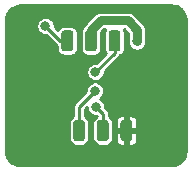
<source format=gbr>
%TF.GenerationSoftware,KiCad,Pcbnew,(5.1.8)-1*%
%TF.CreationDate,2022-07-09T12:20:42+10:00*%
%TF.ProjectId,ICSP_edge_adapter,49435350-5f65-4646-9765-5f6164617074,rev?*%
%TF.SameCoordinates,Original*%
%TF.FileFunction,Copper,L2,Bot*%
%TF.FilePolarity,Positive*%
%FSLAX46Y46*%
G04 Gerber Fmt 4.6, Leading zero omitted, Abs format (unit mm)*
G04 Created by KiCad (PCBNEW (5.1.8)-1) date 2022-07-09 12:20:42*
%MOMM*%
%LPD*%
G01*
G04 APERTURE LIST*
%TA.AperFunction,ViaPad*%
%ADD10C,0.800000*%
%TD*%
%TA.AperFunction,Conductor*%
%ADD11C,0.250000*%
%TD*%
%TA.AperFunction,Conductor*%
%ADD12C,0.750000*%
%TD*%
%TA.AperFunction,Conductor*%
%ADD13C,0.254000*%
%TD*%
%TA.AperFunction,Conductor*%
%ADD14C,0.100000*%
%TD*%
G04 APERTURE END LIST*
%TO.P,J2,1*%
%TO.N,/MISO*%
%TA.AperFunction,SMDPad,CuDef*%
G36*
G01*
X99811200Y-43134200D02*
X99811200Y-44434200D01*
G75*
G02*
X99561200Y-44684200I-250000J0D01*
G01*
X99061200Y-44684200D01*
G75*
G02*
X98811200Y-44434200I0J250000D01*
G01*
X98811200Y-43134200D01*
G75*
G02*
X99061200Y-42884200I250000J0D01*
G01*
X99561200Y-42884200D01*
G75*
G02*
X99811200Y-43134200I0J-250000D01*
G01*
G37*
%TD.AperFunction*%
%TO.P,J2,2*%
%TO.N,+3V3*%
%TA.AperFunction,SMDPad,CuDef*%
G36*
G01*
X101811200Y-43134200D02*
X101811200Y-44434200D01*
G75*
G02*
X101561200Y-44684200I-250000J0D01*
G01*
X101061200Y-44684200D01*
G75*
G02*
X100811200Y-44434200I0J250000D01*
G01*
X100811200Y-43134200D01*
G75*
G02*
X101061200Y-42884200I250000J0D01*
G01*
X101561200Y-42884200D01*
G75*
G02*
X101811200Y-43134200I0J-250000D01*
G01*
G37*
%TD.AperFunction*%
%TO.P,J2,3*%
%TO.N,/SCK*%
%TA.AperFunction,SMDPad,CuDef*%
G36*
G01*
X103811200Y-43134200D02*
X103811200Y-44434200D01*
G75*
G02*
X103561200Y-44684200I-250000J0D01*
G01*
X103061200Y-44684200D01*
G75*
G02*
X102811200Y-44434200I0J250000D01*
G01*
X102811200Y-43134200D01*
G75*
G02*
X103061200Y-42884200I250000J0D01*
G01*
X103561200Y-42884200D01*
G75*
G02*
X103811200Y-43134200I0J-250000D01*
G01*
G37*
%TD.AperFunction*%
%TO.P,J2,4*%
%TO.N,/MOSI*%
%TA.AperFunction,SMDPad,CuDef*%
G36*
G01*
X100811200Y-50734200D02*
X100811200Y-52034200D01*
G75*
G02*
X100561200Y-52284200I-250000J0D01*
G01*
X100061200Y-52284200D01*
G75*
G02*
X99811200Y-52034200I0J250000D01*
G01*
X99811200Y-50734200D01*
G75*
G02*
X100061200Y-50484200I250000J0D01*
G01*
X100561200Y-50484200D01*
G75*
G02*
X100811200Y-50734200I0J-250000D01*
G01*
G37*
%TD.AperFunction*%
%TO.P,J2,5*%
%TO.N,/RST*%
%TA.AperFunction,SMDPad,CuDef*%
G36*
G01*
X102811200Y-50734200D02*
X102811200Y-52034200D01*
G75*
G02*
X102561200Y-52284200I-250000J0D01*
G01*
X102061200Y-52284200D01*
G75*
G02*
X101811200Y-52034200I0J250000D01*
G01*
X101811200Y-50734200D01*
G75*
G02*
X102061200Y-50484200I250000J0D01*
G01*
X102561200Y-50484200D01*
G75*
G02*
X102811200Y-50734200I0J-250000D01*
G01*
G37*
%TD.AperFunction*%
%TO.P,J2,6*%
%TO.N,GND*%
%TA.AperFunction,SMDPad,CuDef*%
G36*
G01*
X104811200Y-50734200D02*
X104811200Y-52034200D01*
G75*
G02*
X104561200Y-52284200I-250000J0D01*
G01*
X104061200Y-52284200D01*
G75*
G02*
X103811200Y-52034200I0J250000D01*
G01*
X103811200Y-50734200D01*
G75*
G02*
X104061200Y-50484200I250000J0D01*
G01*
X104561200Y-50484200D01*
G75*
G02*
X104811200Y-50734200I0J-250000D01*
G01*
G37*
%TD.AperFunction*%
%TD*%
D10*
%TO.N,/MISO*%
X97464880Y-42555160D03*
%TO.N,+3V3*%
X105227120Y-43835320D03*
%TO.N,/SCK*%
X101686360Y-46446440D03*
%TO.N,/MOSI*%
X101666040Y-48006000D03*
%TO.N,/RST*%
X101752400Y-49392840D03*
%TO.N,GND*%
X95849440Y-43545760D03*
X95849440Y-51739800D03*
X97398840Y-53207920D03*
X100434986Y-53207920D03*
X95849440Y-48462184D03*
X95849440Y-46823376D03*
X103471132Y-53207920D03*
X106507280Y-53207920D03*
X107523280Y-46401736D03*
X107523280Y-48040544D03*
X107523280Y-51318160D03*
X107523280Y-43124120D03*
%TD*%
D11*
%TO.N,/MISO*%
X98693920Y-43784200D02*
X97464880Y-42555160D01*
X99311200Y-43784200D02*
X98693920Y-43784200D01*
D12*
%TO.N,+3V3*%
X101311200Y-42884200D02*
X102138080Y-42057320D01*
X101311200Y-43784200D02*
X101311200Y-42884200D01*
X102138080Y-42057320D02*
X104424480Y-42057320D01*
X105227120Y-42859960D02*
X105227120Y-43835320D01*
X104424480Y-42057320D02*
X105227120Y-42859960D01*
D11*
%TO.N,/SCK*%
X103311200Y-44821600D02*
X101686360Y-46446440D01*
X103311200Y-43784200D02*
X103311200Y-44821600D01*
%TO.N,/MOSI*%
X100311200Y-49360840D02*
X101666040Y-48006000D01*
X100311200Y-51384200D02*
X100311200Y-49360840D01*
%TO.N,/RST*%
X102311200Y-49951640D02*
X101752400Y-49392840D01*
X102311200Y-51384200D02*
X102311200Y-49951640D01*
%TD*%
D13*
%TO.N,GND*%
X108132709Y-40787998D02*
X108379967Y-40812243D01*
X108598877Y-40878336D01*
X108800786Y-40985692D01*
X108977995Y-41130221D01*
X109123756Y-41306417D01*
X109232520Y-41507572D01*
X109300140Y-41726016D01*
X109326001Y-41972064D01*
X109326818Y-53141734D01*
X109302578Y-53388962D01*
X109236483Y-53607878D01*
X109129128Y-53809783D01*
X108984600Y-53986993D01*
X108808404Y-54132755D01*
X108607247Y-54241520D01*
X108388802Y-54309140D01*
X108142768Y-54335000D01*
X95320456Y-54335000D01*
X95073219Y-54310759D01*
X94854303Y-54244664D01*
X94652398Y-54137309D01*
X94475188Y-53992781D01*
X94329426Y-53816585D01*
X94220661Y-53615428D01*
X94153041Y-53396983D01*
X94127181Y-53150951D01*
X94127357Y-50734200D01*
X99432376Y-50734200D01*
X99432376Y-52034200D01*
X99444459Y-52156877D01*
X99480242Y-52274841D01*
X99538352Y-52383556D01*
X99616554Y-52478846D01*
X99711844Y-52557048D01*
X99820559Y-52615158D01*
X99938523Y-52650941D01*
X100061200Y-52663024D01*
X100561200Y-52663024D01*
X100683877Y-52650941D01*
X100801841Y-52615158D01*
X100910556Y-52557048D01*
X101005846Y-52478846D01*
X101084048Y-52383556D01*
X101142158Y-52274841D01*
X101177941Y-52156877D01*
X101190024Y-52034200D01*
X101190024Y-50734200D01*
X101177941Y-50611523D01*
X101142158Y-50493559D01*
X101084048Y-50384844D01*
X101005846Y-50289554D01*
X100910556Y-50211352D01*
X100813200Y-50159314D01*
X100813200Y-49568774D01*
X100975400Y-49406574D01*
X100975400Y-49469368D01*
X101005259Y-49619483D01*
X101063831Y-49760888D01*
X101148864Y-49888149D01*
X101257091Y-49996376D01*
X101384352Y-50081409D01*
X101525757Y-50139981D01*
X101675872Y-50169840D01*
X101789507Y-50169840D01*
X101711844Y-50211352D01*
X101616554Y-50289554D01*
X101538352Y-50384844D01*
X101480242Y-50493559D01*
X101444459Y-50611523D01*
X101432376Y-50734200D01*
X101432376Y-52034200D01*
X101444459Y-52156877D01*
X101480242Y-52274841D01*
X101538352Y-52383556D01*
X101616554Y-52478846D01*
X101711844Y-52557048D01*
X101820559Y-52615158D01*
X101938523Y-52650941D01*
X102061200Y-52663024D01*
X102561200Y-52663024D01*
X102683877Y-52650941D01*
X102801841Y-52615158D01*
X102910556Y-52557048D01*
X103005846Y-52478846D01*
X103084048Y-52383556D01*
X103137155Y-52284200D01*
X103432376Y-52284200D01*
X103439655Y-52358105D01*
X103461212Y-52429170D01*
X103496219Y-52494663D01*
X103543331Y-52552069D01*
X103600737Y-52599181D01*
X103666230Y-52634188D01*
X103737295Y-52655745D01*
X103811200Y-52663024D01*
X104089950Y-52661200D01*
X104184200Y-52566950D01*
X104184200Y-51511200D01*
X104438200Y-51511200D01*
X104438200Y-52566950D01*
X104532450Y-52661200D01*
X104811200Y-52663024D01*
X104885105Y-52655745D01*
X104956170Y-52634188D01*
X105021663Y-52599181D01*
X105079069Y-52552069D01*
X105126181Y-52494663D01*
X105161188Y-52429170D01*
X105182745Y-52358105D01*
X105190024Y-52284200D01*
X105188200Y-51605450D01*
X105093950Y-51511200D01*
X104438200Y-51511200D01*
X104184200Y-51511200D01*
X103528450Y-51511200D01*
X103434200Y-51605450D01*
X103432376Y-52284200D01*
X103137155Y-52284200D01*
X103142158Y-52274841D01*
X103177941Y-52156877D01*
X103190024Y-52034200D01*
X103190024Y-50734200D01*
X103177941Y-50611523D01*
X103142158Y-50493559D01*
X103137156Y-50484200D01*
X103432376Y-50484200D01*
X103434200Y-51162950D01*
X103528450Y-51257200D01*
X104184200Y-51257200D01*
X104184200Y-50201450D01*
X104438200Y-50201450D01*
X104438200Y-51257200D01*
X105093950Y-51257200D01*
X105188200Y-51162950D01*
X105190024Y-50484200D01*
X105182745Y-50410295D01*
X105161188Y-50339230D01*
X105126181Y-50273737D01*
X105079069Y-50216331D01*
X105021663Y-50169219D01*
X104956170Y-50134212D01*
X104885105Y-50112655D01*
X104811200Y-50105376D01*
X104532450Y-50107200D01*
X104438200Y-50201450D01*
X104184200Y-50201450D01*
X104089950Y-50107200D01*
X103811200Y-50105376D01*
X103737295Y-50112655D01*
X103666230Y-50134212D01*
X103600737Y-50169219D01*
X103543331Y-50216331D01*
X103496219Y-50273737D01*
X103461212Y-50339230D01*
X103439655Y-50410295D01*
X103432376Y-50484200D01*
X103137156Y-50484200D01*
X103084048Y-50384844D01*
X103005846Y-50289554D01*
X102910556Y-50211352D01*
X102813200Y-50159314D01*
X102813200Y-49976285D01*
X102815627Y-49951640D01*
X102813200Y-49926994D01*
X102813200Y-49926987D01*
X102805936Y-49853231D01*
X102805936Y-49853230D01*
X102777231Y-49758603D01*
X102730617Y-49671394D01*
X102683600Y-49614105D01*
X102683597Y-49614102D01*
X102667884Y-49594956D01*
X102648738Y-49579243D01*
X102529400Y-49459905D01*
X102529400Y-49316312D01*
X102499541Y-49166197D01*
X102440969Y-49024792D01*
X102355936Y-48897531D01*
X102247709Y-48789304D01*
X102120448Y-48704271D01*
X102058173Y-48678476D01*
X102161349Y-48609536D01*
X102269576Y-48501309D01*
X102354609Y-48374048D01*
X102413181Y-48232643D01*
X102443040Y-48082528D01*
X102443040Y-47929472D01*
X102413181Y-47779357D01*
X102354609Y-47637952D01*
X102269576Y-47510691D01*
X102161349Y-47402464D01*
X102034088Y-47317431D01*
X101892683Y-47258859D01*
X101742568Y-47229000D01*
X101589512Y-47229000D01*
X101439397Y-47258859D01*
X101297992Y-47317431D01*
X101170731Y-47402464D01*
X101062504Y-47510691D01*
X100977471Y-47637952D01*
X100918899Y-47779357D01*
X100889040Y-47929472D01*
X100889040Y-48073065D01*
X99973663Y-48988443D01*
X99954517Y-49004156D01*
X99938804Y-49023302D01*
X99938801Y-49023305D01*
X99891784Y-49080595D01*
X99845170Y-49167804D01*
X99816465Y-49262431D01*
X99806773Y-49360840D01*
X99809201Y-49385493D01*
X99809201Y-50159313D01*
X99711844Y-50211352D01*
X99616554Y-50289554D01*
X99538352Y-50384844D01*
X99480242Y-50493559D01*
X99444459Y-50611523D01*
X99432376Y-50734200D01*
X94127357Y-50734200D01*
X94127961Y-42478632D01*
X96687880Y-42478632D01*
X96687880Y-42631688D01*
X96717739Y-42781803D01*
X96776311Y-42923208D01*
X96861344Y-43050469D01*
X96969571Y-43158696D01*
X97096832Y-43243729D01*
X97238237Y-43302301D01*
X97388352Y-43332160D01*
X97531946Y-43332160D01*
X98321523Y-44121738D01*
X98337236Y-44140884D01*
X98413675Y-44203617D01*
X98432376Y-44213613D01*
X98432376Y-44434200D01*
X98444459Y-44556877D01*
X98480242Y-44674841D01*
X98538352Y-44783556D01*
X98616554Y-44878846D01*
X98711844Y-44957048D01*
X98820559Y-45015158D01*
X98938523Y-45050941D01*
X99061200Y-45063024D01*
X99561200Y-45063024D01*
X99683877Y-45050941D01*
X99801841Y-45015158D01*
X99910556Y-44957048D01*
X100005846Y-44878846D01*
X100084048Y-44783556D01*
X100142158Y-44674841D01*
X100177941Y-44556877D01*
X100190024Y-44434200D01*
X100190024Y-43134200D01*
X100432376Y-43134200D01*
X100432376Y-44434200D01*
X100444459Y-44556877D01*
X100480242Y-44674841D01*
X100538352Y-44783556D01*
X100616554Y-44878846D01*
X100711844Y-44957048D01*
X100820559Y-45015158D01*
X100938523Y-45050941D01*
X101061200Y-45063024D01*
X101561200Y-45063024D01*
X101683877Y-45050941D01*
X101801841Y-45015158D01*
X101910556Y-44957048D01*
X102005846Y-44878846D01*
X102084048Y-44783556D01*
X102142158Y-44674841D01*
X102177941Y-44556877D01*
X102190024Y-44434200D01*
X102190024Y-43134200D01*
X102184166Y-43074723D01*
X102449569Y-42809320D01*
X102525269Y-42809320D01*
X102480242Y-42893559D01*
X102444459Y-43011523D01*
X102432376Y-43134200D01*
X102432376Y-44434200D01*
X102444459Y-44556877D01*
X102480242Y-44674841D01*
X102538352Y-44783556D01*
X102583858Y-44839006D01*
X101753425Y-45669440D01*
X101609832Y-45669440D01*
X101459717Y-45699299D01*
X101318312Y-45757871D01*
X101191051Y-45842904D01*
X101082824Y-45951131D01*
X100997791Y-46078392D01*
X100939219Y-46219797D01*
X100909360Y-46369912D01*
X100909360Y-46522968D01*
X100939219Y-46673083D01*
X100997791Y-46814488D01*
X101082824Y-46941749D01*
X101191051Y-47049976D01*
X101318312Y-47135009D01*
X101459717Y-47193581D01*
X101609832Y-47223440D01*
X101762888Y-47223440D01*
X101913003Y-47193581D01*
X102054408Y-47135009D01*
X102181669Y-47049976D01*
X102289896Y-46941749D01*
X102374929Y-46814488D01*
X102433501Y-46673083D01*
X102463360Y-46522968D01*
X102463360Y-46379375D01*
X103648743Y-45193993D01*
X103667884Y-45178284D01*
X103683592Y-45159144D01*
X103683600Y-45159136D01*
X103730617Y-45101846D01*
X103772135Y-45024169D01*
X103801841Y-45015158D01*
X103910556Y-44957048D01*
X104005846Y-44878846D01*
X104084048Y-44783556D01*
X104142158Y-44674841D01*
X104177941Y-44556877D01*
X104190024Y-44434200D01*
X104190024Y-43134200D01*
X104177941Y-43011523D01*
X104142158Y-42893559D01*
X104097131Y-42809320D01*
X104112992Y-42809320D01*
X104475120Y-43171449D01*
X104475121Y-43633102D01*
X104450120Y-43758792D01*
X104450120Y-43911848D01*
X104479979Y-44061963D01*
X104538551Y-44203368D01*
X104623584Y-44330629D01*
X104731811Y-44438856D01*
X104859072Y-44523889D01*
X105000477Y-44582461D01*
X105150592Y-44612320D01*
X105303648Y-44612320D01*
X105453763Y-44582461D01*
X105595168Y-44523889D01*
X105722429Y-44438856D01*
X105830656Y-44330629D01*
X105915689Y-44203368D01*
X105974261Y-44061963D01*
X106004120Y-43911848D01*
X106004120Y-43758792D01*
X105979120Y-43633105D01*
X105979120Y-42896895D01*
X105982758Y-42859959D01*
X105979120Y-42823022D01*
X105968239Y-42712542D01*
X105925238Y-42570790D01*
X105875176Y-42477130D01*
X105855410Y-42440149D01*
X105784983Y-42354334D01*
X105761437Y-42325643D01*
X105732747Y-42302098D01*
X104982347Y-41551699D01*
X104958797Y-41523003D01*
X104844290Y-41429030D01*
X104713650Y-41359202D01*
X104571898Y-41316201D01*
X104461418Y-41305320D01*
X104461415Y-41305320D01*
X104424480Y-41301682D01*
X104387545Y-41305320D01*
X102175015Y-41305320D01*
X102138080Y-41301682D01*
X102101144Y-41305320D01*
X102101142Y-41305320D01*
X101990662Y-41316201D01*
X101848910Y-41359202D01*
X101718270Y-41429030D01*
X101603763Y-41523003D01*
X101580217Y-41551694D01*
X100805575Y-42326337D01*
X100776884Y-42349883D01*
X100753338Y-42378574D01*
X100753337Y-42378575D01*
X100682910Y-42464390D01*
X100613082Y-42595031D01*
X100595325Y-42653569D01*
X100570082Y-42736782D01*
X100569030Y-42747463D01*
X100538352Y-42784844D01*
X100480242Y-42893559D01*
X100444459Y-43011523D01*
X100432376Y-43134200D01*
X100190024Y-43134200D01*
X100177941Y-43011523D01*
X100142158Y-42893559D01*
X100084048Y-42784844D01*
X100005846Y-42689554D01*
X99910556Y-42611352D01*
X99801841Y-42553242D01*
X99683877Y-42517459D01*
X99561200Y-42505376D01*
X99061200Y-42505376D01*
X98938523Y-42517459D01*
X98820559Y-42553242D01*
X98711844Y-42611352D01*
X98616554Y-42689554D01*
X98538352Y-42784844D01*
X98491727Y-42872072D01*
X98241880Y-42622226D01*
X98241880Y-42478632D01*
X98212021Y-42328517D01*
X98153449Y-42187112D01*
X98068416Y-42059851D01*
X97960189Y-41951624D01*
X97832928Y-41866591D01*
X97691523Y-41808019D01*
X97541408Y-41778160D01*
X97388352Y-41778160D01*
X97238237Y-41808019D01*
X97096832Y-41866591D01*
X96969571Y-41951624D01*
X96861344Y-42059851D01*
X96776311Y-42187112D01*
X96717739Y-42328517D01*
X96687880Y-42478632D01*
X94127961Y-42478632D01*
X94127998Y-41980476D01*
X94152243Y-41733214D01*
X94218336Y-41514304D01*
X94325692Y-41312395D01*
X94470221Y-41135186D01*
X94646417Y-40989425D01*
X94847572Y-40880661D01*
X95066016Y-40813041D01*
X95312053Y-40787181D01*
X108132709Y-40787998D01*
%TA.AperFunction,Conductor*%
D14*
G36*
X108132709Y-40787998D02*
G01*
X108379967Y-40812243D01*
X108598877Y-40878336D01*
X108800786Y-40985692D01*
X108977995Y-41130221D01*
X109123756Y-41306417D01*
X109232520Y-41507572D01*
X109300140Y-41726016D01*
X109326001Y-41972064D01*
X109326818Y-53141734D01*
X109302578Y-53388962D01*
X109236483Y-53607878D01*
X109129128Y-53809783D01*
X108984600Y-53986993D01*
X108808404Y-54132755D01*
X108607247Y-54241520D01*
X108388802Y-54309140D01*
X108142768Y-54335000D01*
X95320456Y-54335000D01*
X95073219Y-54310759D01*
X94854303Y-54244664D01*
X94652398Y-54137309D01*
X94475188Y-53992781D01*
X94329426Y-53816585D01*
X94220661Y-53615428D01*
X94153041Y-53396983D01*
X94127181Y-53150951D01*
X94127357Y-50734200D01*
X99432376Y-50734200D01*
X99432376Y-52034200D01*
X99444459Y-52156877D01*
X99480242Y-52274841D01*
X99538352Y-52383556D01*
X99616554Y-52478846D01*
X99711844Y-52557048D01*
X99820559Y-52615158D01*
X99938523Y-52650941D01*
X100061200Y-52663024D01*
X100561200Y-52663024D01*
X100683877Y-52650941D01*
X100801841Y-52615158D01*
X100910556Y-52557048D01*
X101005846Y-52478846D01*
X101084048Y-52383556D01*
X101142158Y-52274841D01*
X101177941Y-52156877D01*
X101190024Y-52034200D01*
X101190024Y-50734200D01*
X101177941Y-50611523D01*
X101142158Y-50493559D01*
X101084048Y-50384844D01*
X101005846Y-50289554D01*
X100910556Y-50211352D01*
X100813200Y-50159314D01*
X100813200Y-49568774D01*
X100975400Y-49406574D01*
X100975400Y-49469368D01*
X101005259Y-49619483D01*
X101063831Y-49760888D01*
X101148864Y-49888149D01*
X101257091Y-49996376D01*
X101384352Y-50081409D01*
X101525757Y-50139981D01*
X101675872Y-50169840D01*
X101789507Y-50169840D01*
X101711844Y-50211352D01*
X101616554Y-50289554D01*
X101538352Y-50384844D01*
X101480242Y-50493559D01*
X101444459Y-50611523D01*
X101432376Y-50734200D01*
X101432376Y-52034200D01*
X101444459Y-52156877D01*
X101480242Y-52274841D01*
X101538352Y-52383556D01*
X101616554Y-52478846D01*
X101711844Y-52557048D01*
X101820559Y-52615158D01*
X101938523Y-52650941D01*
X102061200Y-52663024D01*
X102561200Y-52663024D01*
X102683877Y-52650941D01*
X102801841Y-52615158D01*
X102910556Y-52557048D01*
X103005846Y-52478846D01*
X103084048Y-52383556D01*
X103137155Y-52284200D01*
X103432376Y-52284200D01*
X103439655Y-52358105D01*
X103461212Y-52429170D01*
X103496219Y-52494663D01*
X103543331Y-52552069D01*
X103600737Y-52599181D01*
X103666230Y-52634188D01*
X103737295Y-52655745D01*
X103811200Y-52663024D01*
X104089950Y-52661200D01*
X104184200Y-52566950D01*
X104184200Y-51511200D01*
X104438200Y-51511200D01*
X104438200Y-52566950D01*
X104532450Y-52661200D01*
X104811200Y-52663024D01*
X104885105Y-52655745D01*
X104956170Y-52634188D01*
X105021663Y-52599181D01*
X105079069Y-52552069D01*
X105126181Y-52494663D01*
X105161188Y-52429170D01*
X105182745Y-52358105D01*
X105190024Y-52284200D01*
X105188200Y-51605450D01*
X105093950Y-51511200D01*
X104438200Y-51511200D01*
X104184200Y-51511200D01*
X103528450Y-51511200D01*
X103434200Y-51605450D01*
X103432376Y-52284200D01*
X103137155Y-52284200D01*
X103142158Y-52274841D01*
X103177941Y-52156877D01*
X103190024Y-52034200D01*
X103190024Y-50734200D01*
X103177941Y-50611523D01*
X103142158Y-50493559D01*
X103137156Y-50484200D01*
X103432376Y-50484200D01*
X103434200Y-51162950D01*
X103528450Y-51257200D01*
X104184200Y-51257200D01*
X104184200Y-50201450D01*
X104438200Y-50201450D01*
X104438200Y-51257200D01*
X105093950Y-51257200D01*
X105188200Y-51162950D01*
X105190024Y-50484200D01*
X105182745Y-50410295D01*
X105161188Y-50339230D01*
X105126181Y-50273737D01*
X105079069Y-50216331D01*
X105021663Y-50169219D01*
X104956170Y-50134212D01*
X104885105Y-50112655D01*
X104811200Y-50105376D01*
X104532450Y-50107200D01*
X104438200Y-50201450D01*
X104184200Y-50201450D01*
X104089950Y-50107200D01*
X103811200Y-50105376D01*
X103737295Y-50112655D01*
X103666230Y-50134212D01*
X103600737Y-50169219D01*
X103543331Y-50216331D01*
X103496219Y-50273737D01*
X103461212Y-50339230D01*
X103439655Y-50410295D01*
X103432376Y-50484200D01*
X103137156Y-50484200D01*
X103084048Y-50384844D01*
X103005846Y-50289554D01*
X102910556Y-50211352D01*
X102813200Y-50159314D01*
X102813200Y-49976285D01*
X102815627Y-49951640D01*
X102813200Y-49926994D01*
X102813200Y-49926987D01*
X102805936Y-49853231D01*
X102805936Y-49853230D01*
X102777231Y-49758603D01*
X102730617Y-49671394D01*
X102683600Y-49614105D01*
X102683597Y-49614102D01*
X102667884Y-49594956D01*
X102648738Y-49579243D01*
X102529400Y-49459905D01*
X102529400Y-49316312D01*
X102499541Y-49166197D01*
X102440969Y-49024792D01*
X102355936Y-48897531D01*
X102247709Y-48789304D01*
X102120448Y-48704271D01*
X102058173Y-48678476D01*
X102161349Y-48609536D01*
X102269576Y-48501309D01*
X102354609Y-48374048D01*
X102413181Y-48232643D01*
X102443040Y-48082528D01*
X102443040Y-47929472D01*
X102413181Y-47779357D01*
X102354609Y-47637952D01*
X102269576Y-47510691D01*
X102161349Y-47402464D01*
X102034088Y-47317431D01*
X101892683Y-47258859D01*
X101742568Y-47229000D01*
X101589512Y-47229000D01*
X101439397Y-47258859D01*
X101297992Y-47317431D01*
X101170731Y-47402464D01*
X101062504Y-47510691D01*
X100977471Y-47637952D01*
X100918899Y-47779357D01*
X100889040Y-47929472D01*
X100889040Y-48073065D01*
X99973663Y-48988443D01*
X99954517Y-49004156D01*
X99938804Y-49023302D01*
X99938801Y-49023305D01*
X99891784Y-49080595D01*
X99845170Y-49167804D01*
X99816465Y-49262431D01*
X99806773Y-49360840D01*
X99809201Y-49385493D01*
X99809201Y-50159313D01*
X99711844Y-50211352D01*
X99616554Y-50289554D01*
X99538352Y-50384844D01*
X99480242Y-50493559D01*
X99444459Y-50611523D01*
X99432376Y-50734200D01*
X94127357Y-50734200D01*
X94127961Y-42478632D01*
X96687880Y-42478632D01*
X96687880Y-42631688D01*
X96717739Y-42781803D01*
X96776311Y-42923208D01*
X96861344Y-43050469D01*
X96969571Y-43158696D01*
X97096832Y-43243729D01*
X97238237Y-43302301D01*
X97388352Y-43332160D01*
X97531946Y-43332160D01*
X98321523Y-44121738D01*
X98337236Y-44140884D01*
X98413675Y-44203617D01*
X98432376Y-44213613D01*
X98432376Y-44434200D01*
X98444459Y-44556877D01*
X98480242Y-44674841D01*
X98538352Y-44783556D01*
X98616554Y-44878846D01*
X98711844Y-44957048D01*
X98820559Y-45015158D01*
X98938523Y-45050941D01*
X99061200Y-45063024D01*
X99561200Y-45063024D01*
X99683877Y-45050941D01*
X99801841Y-45015158D01*
X99910556Y-44957048D01*
X100005846Y-44878846D01*
X100084048Y-44783556D01*
X100142158Y-44674841D01*
X100177941Y-44556877D01*
X100190024Y-44434200D01*
X100190024Y-43134200D01*
X100432376Y-43134200D01*
X100432376Y-44434200D01*
X100444459Y-44556877D01*
X100480242Y-44674841D01*
X100538352Y-44783556D01*
X100616554Y-44878846D01*
X100711844Y-44957048D01*
X100820559Y-45015158D01*
X100938523Y-45050941D01*
X101061200Y-45063024D01*
X101561200Y-45063024D01*
X101683877Y-45050941D01*
X101801841Y-45015158D01*
X101910556Y-44957048D01*
X102005846Y-44878846D01*
X102084048Y-44783556D01*
X102142158Y-44674841D01*
X102177941Y-44556877D01*
X102190024Y-44434200D01*
X102190024Y-43134200D01*
X102184166Y-43074723D01*
X102449569Y-42809320D01*
X102525269Y-42809320D01*
X102480242Y-42893559D01*
X102444459Y-43011523D01*
X102432376Y-43134200D01*
X102432376Y-44434200D01*
X102444459Y-44556877D01*
X102480242Y-44674841D01*
X102538352Y-44783556D01*
X102583858Y-44839006D01*
X101753425Y-45669440D01*
X101609832Y-45669440D01*
X101459717Y-45699299D01*
X101318312Y-45757871D01*
X101191051Y-45842904D01*
X101082824Y-45951131D01*
X100997791Y-46078392D01*
X100939219Y-46219797D01*
X100909360Y-46369912D01*
X100909360Y-46522968D01*
X100939219Y-46673083D01*
X100997791Y-46814488D01*
X101082824Y-46941749D01*
X101191051Y-47049976D01*
X101318312Y-47135009D01*
X101459717Y-47193581D01*
X101609832Y-47223440D01*
X101762888Y-47223440D01*
X101913003Y-47193581D01*
X102054408Y-47135009D01*
X102181669Y-47049976D01*
X102289896Y-46941749D01*
X102374929Y-46814488D01*
X102433501Y-46673083D01*
X102463360Y-46522968D01*
X102463360Y-46379375D01*
X103648743Y-45193993D01*
X103667884Y-45178284D01*
X103683592Y-45159144D01*
X103683600Y-45159136D01*
X103730617Y-45101846D01*
X103772135Y-45024169D01*
X103801841Y-45015158D01*
X103910556Y-44957048D01*
X104005846Y-44878846D01*
X104084048Y-44783556D01*
X104142158Y-44674841D01*
X104177941Y-44556877D01*
X104190024Y-44434200D01*
X104190024Y-43134200D01*
X104177941Y-43011523D01*
X104142158Y-42893559D01*
X104097131Y-42809320D01*
X104112992Y-42809320D01*
X104475120Y-43171449D01*
X104475121Y-43633102D01*
X104450120Y-43758792D01*
X104450120Y-43911848D01*
X104479979Y-44061963D01*
X104538551Y-44203368D01*
X104623584Y-44330629D01*
X104731811Y-44438856D01*
X104859072Y-44523889D01*
X105000477Y-44582461D01*
X105150592Y-44612320D01*
X105303648Y-44612320D01*
X105453763Y-44582461D01*
X105595168Y-44523889D01*
X105722429Y-44438856D01*
X105830656Y-44330629D01*
X105915689Y-44203368D01*
X105974261Y-44061963D01*
X106004120Y-43911848D01*
X106004120Y-43758792D01*
X105979120Y-43633105D01*
X105979120Y-42896895D01*
X105982758Y-42859959D01*
X105979120Y-42823022D01*
X105968239Y-42712542D01*
X105925238Y-42570790D01*
X105875176Y-42477130D01*
X105855410Y-42440149D01*
X105784983Y-42354334D01*
X105761437Y-42325643D01*
X105732747Y-42302098D01*
X104982347Y-41551699D01*
X104958797Y-41523003D01*
X104844290Y-41429030D01*
X104713650Y-41359202D01*
X104571898Y-41316201D01*
X104461418Y-41305320D01*
X104461415Y-41305320D01*
X104424480Y-41301682D01*
X104387545Y-41305320D01*
X102175015Y-41305320D01*
X102138080Y-41301682D01*
X102101144Y-41305320D01*
X102101142Y-41305320D01*
X101990662Y-41316201D01*
X101848910Y-41359202D01*
X101718270Y-41429030D01*
X101603763Y-41523003D01*
X101580217Y-41551694D01*
X100805575Y-42326337D01*
X100776884Y-42349883D01*
X100753338Y-42378574D01*
X100753337Y-42378575D01*
X100682910Y-42464390D01*
X100613082Y-42595031D01*
X100595325Y-42653569D01*
X100570082Y-42736782D01*
X100569030Y-42747463D01*
X100538352Y-42784844D01*
X100480242Y-42893559D01*
X100444459Y-43011523D01*
X100432376Y-43134200D01*
X100190024Y-43134200D01*
X100177941Y-43011523D01*
X100142158Y-42893559D01*
X100084048Y-42784844D01*
X100005846Y-42689554D01*
X99910556Y-42611352D01*
X99801841Y-42553242D01*
X99683877Y-42517459D01*
X99561200Y-42505376D01*
X99061200Y-42505376D01*
X98938523Y-42517459D01*
X98820559Y-42553242D01*
X98711844Y-42611352D01*
X98616554Y-42689554D01*
X98538352Y-42784844D01*
X98491727Y-42872072D01*
X98241880Y-42622226D01*
X98241880Y-42478632D01*
X98212021Y-42328517D01*
X98153449Y-42187112D01*
X98068416Y-42059851D01*
X97960189Y-41951624D01*
X97832928Y-41866591D01*
X97691523Y-41808019D01*
X97541408Y-41778160D01*
X97388352Y-41778160D01*
X97238237Y-41808019D01*
X97096832Y-41866591D01*
X96969571Y-41951624D01*
X96861344Y-42059851D01*
X96776311Y-42187112D01*
X96717739Y-42328517D01*
X96687880Y-42478632D01*
X94127961Y-42478632D01*
X94127998Y-41980476D01*
X94152243Y-41733214D01*
X94218336Y-41514304D01*
X94325692Y-41312395D01*
X94470221Y-41135186D01*
X94646417Y-40989425D01*
X94847572Y-40880661D01*
X95066016Y-40813041D01*
X95312053Y-40787181D01*
X108132709Y-40787998D01*
G37*
%TD.AperFunction*%
%TD*%
M02*

</source>
